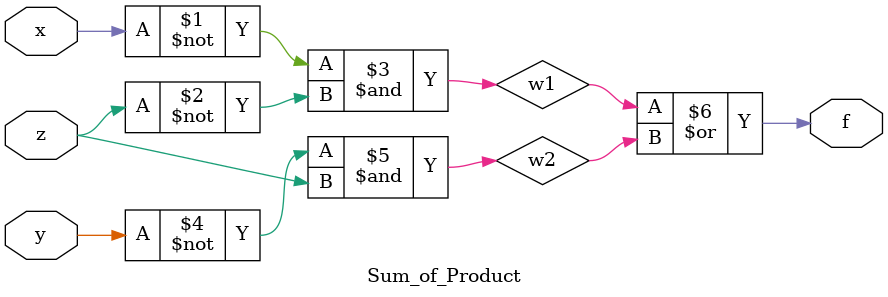
<source format=v>
`timescale 1ns / 1ps
module Sum_of_Product(
    input x,
    input y,
    input z,
    output f
    );
	 wire w1 = (~x)&(~z);
	 wire w2 = (~y)&z;
	 assign f = w1|w2;
endmodule

</source>
